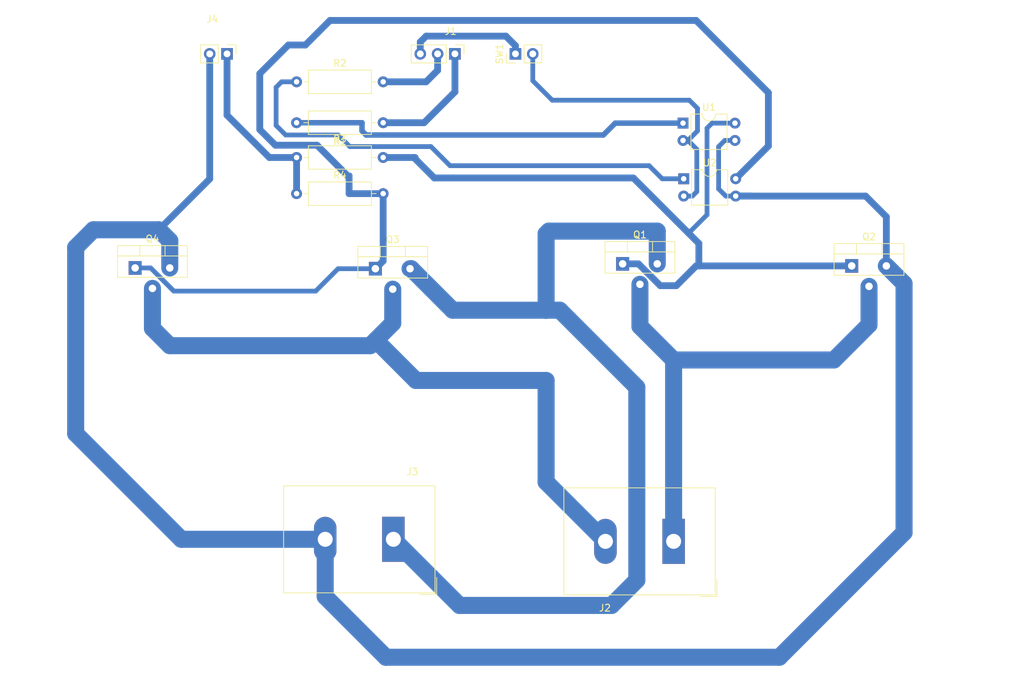
<source format=kicad_pcb>
(kicad_pcb (version 20240108) (generator "pcbnew") (generator_version "8.0")
  (title_block (title "Puente H Power Mosfet") (date "05/09/2024") (rev "8.1.1") (company "Danilo Melión"))
  (layers (0 "F.Cu" signal) (31 "B.Cu" signal) (34 "B.Paste" user) (35 "F.Paste" user) (36 "B.SilkS" user "B.Silkscreen") (37 "F.SilkS" user "F.Silkscreen") (38 "B.Mask" user) (39 "F.Mask" user) (44 "Edge.Cuts" user))
  (net 0 "")
  (net 1 "PWM1")
  (net 2 "PWM2")
  (net 3 "GND")
  (net 4 "Net-(J2-Pin_1)")
  (net 5 "Net-(J2-Pin_2)")
  (net 6 "Net-(Q1-G)")
  (net 7 "+24V")
  (net 8 "+15V")
  (net 9 "Net-(Q3-G)")
  (net 10 "Net-(R1-Pad2)")
  (net 11 "Net-(SW1-B)")
  (net 12 "GNDPWR")
  (net 13 "Net-(R8-Pad1)")
  (footprint "Package_DIP:DIP-4_W7.62mm" (layer "F.Cu") (at 151.68 49.16)
    (property "Reference" "U1" (at 3.81 -2.33 360) (layer "F.SilkS"))
    (property "Value" "PC817")
    (fp_line (start 1.16 -1.33) (end 1.16 3.87) (stroke (width 0.12)) (layer "F.SilkS"))
    (fp_line (start 1.16 3.87) (end 6.46 3.87) (stroke (width 0.12)) (layer "F.SilkS"))
    (fp_line (start 2.81 -1.33) (end 1.16 -1.33) (stroke (width 0.12)) (layer "F.SilkS"))
    (fp_line (start 6.46 -1.33) (end 4.81 -1.33) (stroke (width 0.12)) (layer "F.SilkS"))
    (fp_line (start 6.46 3.87) (end 6.46 -1.33) (stroke (width 0.12)) (layer "F.SilkS"))
    (fp_arc (start 4.81 -1.33) (mid 3.81 -0.33) (end 2.81 -1.33) (stroke (width 0.12)) (layer "F.SilkS"))
    (pad "1" thru_hole rect (at 0 0) (size 1.6 1.6) (drill 0.8) (layers "*.Cu" "*.Mask") (net 10 "Net-(R1-Pad2)"))
    (pad "2" thru_hole oval (at 0 2.54) (size 1.6 1.6) (drill 0.8) (layers "*.Cu" "*.Mask") (net 11 "Net-(SW1-B)"))
    (pad "3" thru_hole oval (at 7.62 2.54) (size 1.6 1.6) (drill 0.8) (layers "*.Cu" "*.Mask") (net 12 "GNDPWR"))
    (pad "4" thru_hole oval (at 7.62 0) (size 1.6 1.6) (drill 0.8) (layers "*.Cu" "*.Mask") (net 6 "Net-(Q1-G)"))
  )
  (footprint "Package_TO_SOT_THT:TO-220-3_Vertical" (layer "F.Cu") (at 71.32 70.4)
    (property "Reference" "Q4" (at 2.54 -4.27 0) (layer "F.SilkS"))
    (property "Value" "IRLZ44N")
    (fp_line (start -2.58 -3.27) (end -2.58 1.371) (stroke (width 0.12)) (layer "F.SilkS"))
    (fp_line (start -2.58 -3.27) (end 7.66 -3.27) (stroke (width 0.12)) (layer "F.SilkS"))
    (fp_line (start -2.58 -1.76) (end 7.66 -1.76) (stroke (width 0.12)) (layer "F.SilkS"))
    (fp_line (start -2.58 1.371) (end 7.66 1.371) (stroke (width 0.12)) (layer "F.SilkS"))
    (fp_line (start 0.69 -3.27) (end 0.69 -1.76) (stroke (width 0.12)) (layer "F.SilkS"))
    (fp_line (start 4.391 -3.27) (end 4.391 -1.76) (stroke (width 0.12)) (layer "F.SilkS"))
    (fp_line (start 7.66 -3.27) (end 7.66 1.371) (stroke (width 0.12)) (layer "F.SilkS"))
    (pad "1" thru_hole rect (at 0 0) (size 1.905 2) (drill 1.1) (layers "*.Cu" "*.Mask") (net 9 "Net-(Q3-G)"))
    (pad "2" thru_hole oval (at 2.54 3) (size 1.905 2) (drill 1.1) (layers "*.Cu" "*.Mask") (net 5 "Net-(J2-Pin_2)"))
    (pad "3" thru_hole oval (at 5.08 0) (size 1.905 2) (drill 1.1) (layers "*.Cu" "*.Mask") (net 12 "GNDPWR"))
  )
  (footprint "Resistor_THT:R_Axial_DIN0309_L9.0mm_D3.2mm_P12.70mm_Horizontal" (layer "F.Cu") (at 95 54.2)
    (property "Reference" "R3" (at 6.35 -2.72 0) (layer "F.SilkS"))
    (property "Value" "1k")
    (fp_line (start 1.04 0) (end 1.73 0) (stroke (width 0.12)) (layer "F.SilkS"))
    (fp_line (start 1.73 -1.72) (end 1.73 1.72) (stroke (width 0.12)) (layer "F.SilkS"))
    (fp_line (start 1.73 1.72) (end 10.97 1.72) (stroke (width 0.12)) (layer "F.SilkS"))
    (fp_line (start 10.97 -1.72) (end 1.73 -1.72) (stroke (width 0.12)) (layer "F.SilkS"))
    (fp_line (start 10.97 1.72) (end 10.97 -1.72) (stroke (width 0.12)) (layer "F.SilkS"))
    (fp_line (start 11.66 0) (end 10.97 0) (stroke (width 0.12)) (layer "F.SilkS"))
    (pad "1" thru_hole circle (at 0 0) (size 1.6 1.6) (drill 0.8) (layers "*.Cu" "*.Mask") (net 8 "+15V"))
    (pad "2" thru_hole oval (at 12.7 0) (size 1.6 1.6) (drill 0.8) (layers "*.Cu" "*.Mask") (net 6 "Net-(Q1-G)"))
  )
  (footprint "Package_TO_SOT_THT:TO-220-3_Vertical" (layer "F.Cu") (at 142.82 69.8)
    (property "Reference" "Q1" (at 2.54 -4.27 0) (layer "F.SilkS"))
    (property "Value" "IRF4905")
    (fp_line (start -2.58 -3.27) (end -2.58 1.371) (stroke (width 0.12)) (layer "F.SilkS"))
    (fp_line (start -2.58 -3.27) (end 7.66 -3.27) (stroke (width 0.12)) (layer "F.SilkS"))
    (fp_line (start -2.58 -1.76) (end 7.66 -1.76) (stroke (width 0.12)) (layer "F.SilkS"))
    (fp_line (start -2.58 1.371) (end 7.66 1.371) (stroke (width 0.12)) (layer "F.SilkS"))
    (fp_line (start 0.69 -3.27) (end 0.69 -1.76) (stroke (width 0.12)) (layer "F.SilkS"))
    (fp_line (start 4.391 -3.27) (end 4.391 -1.76) (stroke (width 0.12)) (layer "F.SilkS"))
    (fp_line (start 7.66 -3.27) (end 7.66 1.371) (stroke (width 0.12)) (layer "F.SilkS"))
    (pad "1" thru_hole rect (at 0 0) (size 1.905 2) (drill 1.1) (layers "*.Cu" "*.Mask") (net 6 "Net-(Q1-G)"))
    (pad "2" thru_hole oval (at 2.54 3) (size 1.905 2) (drill 1.1) (layers "*.Cu" "*.Mask") (net 4 "Net-(J2-Pin_1)"))
    (pad "3" thru_hole oval (at 5.08 0) (size 1.905 2) (drill 1.1) (layers "*.Cu" "*.Mask") (net 7 "+24V"))
  )
  (footprint "TerminalBlock_Dinkle:TerminalBlock_Dinkle_DT-55-B01X-02_P10.00mm" (layer "F.Cu") (at 109.2 110.2 180)
    (property "Reference" "J3" (at -2.789 9.906 0) (layer "F.SilkS"))
    (property "Value" "24V Alimentación")
    (fp_line (start 16.1 -7.85) (end 16.1 7.85) (stroke (width 0.12)) (layer "F.SilkS"))
    (fp_line (start -6.1 7.85) (end 16.1 7.85) (stroke (width 0.12)) (layer "F.SilkS"))
    (fp_line (start -6.1 7.85) (end -6.1 -7.85) (stroke (width 0.12)) (layer "F.SilkS"))
    (fp_line (start -6.1 -7.85) (end 16.1 -7.85) (stroke (width 0.12)) (layer "F.SilkS"))
    (fp_line (start -6.35 -5.6) (end -6.35 -8.1) (stroke (width 0.12)) (layer "F.SilkS"))
    (fp_line (start -6.35 -8.1) (end -3.85 -8.1) (stroke (width 0.12)) (layer "F.SilkS"))
    (pad "1" thru_hole rect (at 0 0 180) (size 3.3 6.6) (drill 2.2) (layers "*.Cu" "*.Mask") (net 7 "+24V"))
    (pad "2" thru_hole oval (at 10 0 180) (size 3.3 6.6) (drill 2.2) (layers "*.Cu" "*.Mask") (net 12 "GNDPWR"))
  )
  (footprint "Connector_PinHeader_2.54mm:PinHeader_1x02_P2.54mm_Vertical" (layer "F.Cu") (at 127.1 39 90)
    (property "Reference" "SW1" (at 0 -2.33 90) (layer "F.SilkS"))
    (property "Value" "SW")
    (fp_line (start -1.33 -1.33) (end 0 -1.33) (stroke (width 0.12)) (layer "F.SilkS"))
    (fp_line (start -1.33 0) (end -1.33 -1.33) (stroke (width 0.12)) (layer "F.SilkS"))
    (fp_line (start 1.33 1.27) (end 1.33 3.87) (stroke (width 0.12)) (layer "F.SilkS"))
    (fp_line (start -1.33 1.27) (end 1.33 1.27) (stroke (width 0.12)) (layer "F.SilkS"))
    (fp_line (start -1.33 1.27) (end -1.33 3.87) (stroke (width 0.12)) (layer "F.SilkS"))
    (fp_line (start -1.33 3.87) (end 1.33 3.87) (stroke (width 0.12)) (layer "F.SilkS"))
    (pad "1" thru_hole rect (at 0 0 90) (size 1.7 1.7) (drill 1) (layers "*.Cu" "*.Mask") (net 3 "GND"))
    (pad "2" thru_hole oval (at 0 2.54 90) (size 1.7 1.7) (drill 1) (layers "*.Cu" "*.Mask") (net 11 "Net-(SW1-B)"))
  )
  (footprint "TerminalBlock_Dinkle:TerminalBlock_Dinkle_DT-55-B01X-02_P10.00mm" (layer "F.Cu") (at 150.3 110.5 180)
    (property "Reference" "J2" (at 10.075 -9.779 0) (layer "F.SilkS"))
    (property "Value" "MOTOR")
    (fp_line (start 16.1 -7.85) (end 16.1 7.85) (stroke (width 0.12)) (layer "F.SilkS"))
    (fp_line (start -6.1 7.85) (end 16.1 7.85) (stroke (width 0.12)) (layer "F.SilkS"))
    (fp_line (start -6.1 7.85) (end -6.1 -7.85) (stroke (width 0.12)) (layer "F.SilkS"))
    (fp_line (start -6.1 -7.85) (end 16.1 -7.85) (stroke (width 0.12)) (layer "F.SilkS"))
    (fp_line (start -6.35 -5.6) (end -6.35 -8.1) (stroke (width 0.12)) (layer "F.SilkS"))
    (fp_line (start -6.35 -8.1) (end -3.85 -8.1) (stroke (width 0.12)) (layer "F.SilkS"))
    (pad "1" thru_hole rect (at 0 0 180) (size 3.3 6.6) (drill 2.2) (layers "*.Cu" "*.Mask") (net 4 "Net-(J2-Pin_1)"))
    (pad "2" thru_hole oval (at 10 0 180) (size 3.3 6.6) (drill 2.2) (layers "*.Cu" "*.Mask") (net 5 "Net-(J2-Pin_2)"))
  )
  (footprint "Package_TO_SOT_THT:TO-220-3_Vertical" (layer "F.Cu") (at 106.56 70.5125)
    (property "Reference" "Q3" (at 2.54 -4.27 0) (layer "F.SilkS"))
    (property "Value" "IRF4905")
    (fp_line (start -2.58 -3.27) (end -2.58 1.371) (stroke (width 0.12)) (layer "F.SilkS"))
    (fp_line (start -2.58 -3.27) (end 7.66 -3.27) (stroke (width 0.12)) (layer "F.SilkS"))
    (fp_line (start -2.58 -1.76) (end 7.66 -1.76) (stroke (width 0.12)) (layer "F.SilkS"))
    (fp_line (start -2.58 1.371) (end 7.66 1.371) (stroke (width 0.12)) (layer "F.SilkS"))
    (fp_line (start 0.69 -3.27) (end 0.69 -1.76) (stroke (width 0.12)) (layer "F.SilkS"))
    (fp_line (start 4.391 -3.27) (end 4.391 -1.76) (stroke (width 0.12)) (layer "F.SilkS"))
    (fp_line (start 7.66 -3.27) (end 7.66 1.371) (stroke (width 0.12)) (layer "F.SilkS"))
    (pad "1" thru_hole rect (at 0 0) (size 1.905 2) (drill 1.1) (layers "*.Cu" "*.Mask") (net 9 "Net-(Q3-G)"))
    (pad "2" thru_hole oval (at 2.54 3) (size 1.905 2) (drill 1.1) (layers "*.Cu" "*.Mask") (net 5 "Net-(J2-Pin_2)"))
    (pad "3" thru_hole oval (at 5.08 0) (size 1.905 2) (drill 1.1) (layers "*.Cu" "*.Mask") (net 7 "+24V"))
  )
  (footprint "Resistor_THT:R_Axial_DIN0309_L9.0mm_D3.2mm_P12.70mm_Horizontal" (layer "F.Cu") (at 107.7 49.1 180)
    (property "Reference" "R1" (at 6.35 -2.72 0) (layer "F.SilkS"))
    (property "Value" "180")
    (fp_line (start 11.66 0) (end 10.97 0) (stroke (width 0.12)) (layer "F.SilkS"))
    (fp_line (start 10.97 1.72) (end 10.97 -1.72) (stroke (width 0.12)) (layer "F.SilkS"))
    (fp_line (start 10.97 -1.72) (end 1.73 -1.72) (stroke (width 0.12)) (layer "F.SilkS"))
    (fp_line (start 1.73 1.72) (end 10.97 1.72) (stroke (width 0.12)) (layer "F.SilkS"))
    (fp_line (start 1.73 -1.72) (end 1.73 1.72) (stroke (width 0.12)) (layer "F.SilkS"))
    (fp_line (start 1.04 0) (end 1.73 0) (stroke (width 0.12)) (layer "F.SilkS"))
    (pad "1" thru_hole circle (at 0 0 180) (size 1.6 1.6) (drill 0.8) (layers "*.Cu" "*.Mask") (net 1 "PWM1"))
    (pad "2" thru_hole oval (at 12.7 0 180) (size 1.6 1.6) (drill 0.8) (layers "*.Cu" "*.Mask") (net 10 "Net-(R1-Pad2)"))
  )
  (footprint "Resistor_THT:R_Axial_DIN0309_L9.0mm_D3.2mm_P12.70mm_Horizontal" (layer "F.Cu") (at 95 59.5)
    (property "Reference" "R4" (at 6.35 -2.72 0) (layer "F.SilkS"))
    (property "Value" "1k")
    (fp_line (start 1.04 0) (end 1.73 0) (stroke (width 0.12)) (layer "F.SilkS"))
    (fp_line (start 1.73 -1.72) (end 1.73 1.72) (stroke (width 0.12)) (layer "F.SilkS"))
    (fp_line (start 1.73 1.72) (end 10.97 1.72) (stroke (width 0.12)) (layer "F.SilkS"))
    (fp_line (start 10.97 -1.72) (end 1.73 -1.72) (stroke (width 0.12)) (layer "F.SilkS"))
    (fp_line (start 10.97 1.72) (end 10.97 -1.72) (stroke (width 0.12)) (layer "F.SilkS"))
    (fp_line (start 11.66 0) (end 10.97 0) (stroke (width 0.12)) (layer "F.SilkS"))
    (pad "1" thru_hole circle (at 0 0) (size 1.6 1.6) (drill 0.8) (layers "*.Cu" "*.Mask") (net 8 "+15V"))
    (pad "2" thru_hole oval (at 12.7 0) (size 1.6 1.6) (drill 0.8) (layers "*.Cu" "*.Mask") (net 9 "Net-(Q3-G)"))
  )
  (footprint "Connector_PinHeader_2.54mm:PinHeader_1x03_P2.54mm_Vertical" (layer "F.Cu") (at 118.225 39 -90)
    (property "Reference" "J1" (at -3.302 0.625 0) (layer "F.SilkS"))
    (property "Value" "PWM" (hide yes))
    (fp_line (start -1.33 6.41) (end 1.33 6.41) (stroke (width 0.12)) (layer "F.SilkS"))
    (fp_line (start -1.33 1.27) (end -1.33 6.41) (stroke (width 0.12)) (layer "F.SilkS"))
    (fp_line (start -1.33 1.27) (end 1.33 1.27) (stroke (width 0.12)) (layer "F.SilkS"))
    (fp_line (start 1.33 1.27) (end 1.33 6.41) (stroke (width 0.12)) (layer "F.SilkS"))
    (fp_line (start -1.33 0) (end -1.33 -1.33) (stroke (width 0.12)) (layer "F.SilkS"))
    (fp_line (start -1.33 -1.33) (end 0 -1.33) (stroke (width 0.12)) (layer "F.SilkS"))
    (pad "1" thru_hole rect (at 0 0 270) (size 1.7 1.7) (drill 1) (layers "*.Cu" "*.Mask") (net 1 "PWM1"))
    (pad "2" thru_hole oval (at 0 2.54 270) (size 1.7 1.7) (drill 1) (layers "*.Cu" "*.Mask") (net 2 "PWM2"))
    (pad "3" thru_hole oval (at 0 5.08 270) (size 1.7 1.7) (drill 1) (layers "*.Cu" "*.Mask") (net 3 "GND"))
  )
  (footprint "Connector_PinHeader_2.54mm:PinHeader_1x02_P2.54mm_Vertical" (layer "F.Cu") (at 84.8 39 -90)
    (property "Reference" "J4" (at -5.08 2.159 0) (layer "F.SilkS"))
    (property "Value" "15V Alimentación")
    (fp_line (start -1.33 3.87) (end 1.33 3.87) (stroke (width 0.12)) (layer "F.SilkS"))
    (fp_line (start -1.33 1.27) (end -1.33 3.87) (stroke (width 0.12)) (layer "F.SilkS"))
    (fp_line (start -1.33 1.27) (end 1.33 1.27) (stroke (width 0.12)) (layer "F.SilkS"))
    (fp_line (start 1.33 1.27) (end 1.33 3.87) (stroke (width 0.12)) (layer "F.SilkS"))
    (fp_line (start -1.33 0) (end -1.33 -1.33) (stroke (width 0.12)) (layer "F.SilkS"))
    (fp_line (start -1.33 -1.33) (end 0 -1.33) (stroke (width 0.12)) (layer "F.SilkS"))
    (pad "1" thru_hole rect (at 0 0 270) (size 1.7 1.7) (drill 1) (layers "*.Cu" "*.Mask") (net 8 "+15V"))
    (pad "2" thru_hole oval (at 0 2.54 270) (size 1.7 1.7) (drill 1) (layers "*.Cu" "*.Mask") (net 12 "GNDPWR"))
  )
  (footprint "Package_DIP:DIP-4_W7.62mm" (layer "F.Cu") (at 151.78 57.32)
    (property "Reference" "U2" (at 3.81 -2.33 360) (layer "F.SilkS"))
    (property "Value" "PC817")
    (fp_line (start 1.16 -1.33) (end 1.16 3.87) (stroke (width 0.12)) (layer "F.SilkS"))
    (fp_line (start 1.16 3.87) (end 6.46 3.87) (stroke (width 0.12)) (layer "F.SilkS"))
    (fp_line (start 2.81 -1.33) (end 1.16 -1.33) (stroke (width 0.12)) (layer "F.SilkS"))
    (fp_line (start 6.46 -1.33) (end 4.81 -1.33) (stroke (width 0.12)) (layer "F.SilkS"))
    (fp_line (start 6.46 3.87) (end 6.46 -1.33) (stroke (width 0.12)) (layer "F.SilkS"))
    (fp_arc (start 4.81 -1.33) (mid 3.81 -0.33) (end 2.81 -1.33) (stroke (width 0.12)) (layer "F.SilkS"))
    (pad "1" thru_hole rect (at 0 0) (size 1.6 1.6) (drill 0.8) (layers "*.Cu" "*.Mask") (net 13 "Net-(R8-Pad1)"))
    (pad "2" thru_hole oval (at 0 2.54) (size 1.6 1.6) (drill 0.8) (layers "*.Cu" "*.Mask") (net 11 "Net-(SW1-B)"))
    (pad "3" thru_hole oval (at 7.62 2.54) (size 1.6 1.6) (drill 0.8) (layers "*.Cu" "*.Mask") (net 12 "GNDPWR"))
    (pad "4" thru_hole oval (at 7.62 0) (size 1.6 1.6) (drill 0.8) (layers "*.Cu" "*.Mask") (net 9 "Net-(Q3-G)"))
  )
  (footprint "Resistor_THT:R_Axial_DIN0309_L9.0mm_D3.2mm_P12.70mm_Horizontal" (layer "F.Cu") (at 95 43.1)
    (property "Reference" "R2" (at 6.35 -2.72 0) (layer "F.SilkS"))
    (property "Value" "180")
    (fp_line (start 1.04 0) (end 1.73 0) (stroke (width 0.12)) (layer "F.SilkS"))
    (fp_line (start 1.73 -1.72) (end 1.73 1.72) (stroke (width 0.12)) (layer "F.SilkS"))
    (fp_line (start 1.73 1.72) (end 10.97 1.72) (stroke (width 0.12)) (layer "F.SilkS"))
    (fp_line (start 10.97 -1.72) (end 1.73 -1.72) (stroke (width 0.12)) (layer "F.SilkS"))
    (fp_line (start 10.97 1.72) (end 10.97 -1.72) (stroke (width 0.12)) (layer "F.SilkS"))
    (fp_line (start 11.66 0) (end 10.97 0) (stroke (width 0.12)) (layer "F.SilkS"))
    (pad "1" thru_hole circle (at 0 0) (size 1.6 1.6) (drill 0.8) (layers "*.Cu" "*.Mask") (net 13 "Net-(R8-Pad1)"))
    (pad "2" thru_hole oval (at 12.7 0) (size 1.6 1.6) (drill 0.8) (layers "*.Cu" "*.Mask") (net 2 "PWM2"))
  )
  (footprint "Package_TO_SOT_THT:TO-220-3_Vertical" (layer "F.Cu") (at 176.42 70.1)
    (property "Reference" "Q2" (at 2.54 -4.27 0) (layer "F.SilkS"))
    (property "Value" "IRLZ44N")
    (fp_line (start -2.58 -3.27) (end -2.58 1.371) (stroke (width 0.12)) (layer "F.SilkS"))
    (fp_line (start -2.58 -3.27) (end 7.66 -3.27) (stroke (width 0.12)) (layer "F.SilkS"))
    (fp_line (start -2.58 -1.76) (end 7.66 -1.76) (stroke (width 0.12)) (layer "F.SilkS"))
    (fp_line (start -2.58 1.371) (end 7.66 1.371) (stroke (width 0.12)) (layer "F.SilkS"))
    (fp_line (start 0.69 -3.27) (end 0.69 -1.76) (stroke (width 0.12)) (layer "F.SilkS"))
    (fp_line (start 4.391 -3.27) (end 4.391 -1.76) (stroke (width 0.12)) (layer "F.SilkS"))
    (fp_line (start 7.66 -3.27) (end 7.66 1.371) (stroke (width 0.12)) (layer "F.SilkS"))
    (pad "1" thru_hole rect (at 0 0) (size 1.905 2) (drill 1.1) (layers "*.Cu" "*.Mask") (net 6 "Net-(Q1-G)"))
    (pad "2" thru_hole oval (at 2.54 3) (size 1.905 2) (drill 1.1) (layers "*.Cu" "*.Mask") (net 4 "Net-(J2-Pin_1)"))
    (pad "3" thru_hole oval (at 5.08 0) (size 1.905 2) (drill 1.1) (layers "*.Cu" "*.Mask") (net 12 "GNDPWR"))
  )
  (segment (start 118.225 44.575) (end 118.225 39) (width 1) (layer "B.Cu") (net 1))
  (segment (start 107.7 49.1) (end 113.7 49.1) (width 1) (layer "B.Cu") (net 1))
  (segment (start 113.7 49.1) (end 118.225 44.575) (width 1) (layer "B.Cu") (net 1))
  (segment (start 114 43.1) (end 115.685 41.415) (width 1) (layer "B.Cu") (net 2))
  (segment (start 107.7 43.1) (end 114 43.1) (width 1) (layer "B.Cu") (net 2))
  (segment (start 115.685 41.415) (end 115.685 39) (width 1) (layer "B.Cu") (net 2))
  (segment (start 127.1 37.8) (end 127.1 39) (width 1) (layer "B.Cu") (net 3))
  (segment (start 125.7 36.4) (end 127.1 37.8) (width 1) (layer "B.Cu") (net 3))
  (segment (start 114 36.4) (end 125.7 36.4) (width 1) (layer "B.Cu") (net 3))
  (segment (start 113.145 39) (end 113.145 37.255) (width 1) (layer "B.Cu") (net 3))
  (segment (start 113.145 37.255) (end 114 36.4) (width 1) (layer "B.Cu") (net 3))
  (segment (start 150.3 110.5) (end 150.3 83.9) (width 2.5) (layer "B.Cu") (net 4))
  (segment (start 178.96 78.74) (end 173.8 83.9) (width 2.5) (layer "B.Cu") (net 4))
  (segment (start 178.96 73.1) (end 178.96 78.74) (width 2.5) (layer "B.Cu") (net 4))
  (segment (start 145.36 78.96) (end 150.3 83.9) (width 2.5) (layer "B.Cu") (net 4))
  (segment (start 145.36 72.8) (end 145.36 78.96) (width 2.5) (layer "B.Cu") (net 4))
  (segment (start 173.8 83.9) (end 150.3 83.9) (width 2.5) (layer "B.Cu") (net 4))
  (segment (start 73.86 79.26) (end 76.4 81.8) (width 2.5) (layer "B.Cu") (net 5))
  (segment (start 106.65 81.05) (end 106.65 80.95) (width 2.5) (layer "B.Cu") (net 5))
  (segment (start 109.1 73.5125) (end 109.1 78.5) (width 2.5) (layer "B.Cu") (net 5))
  (segment (start 131.6 86.9) (end 112.5 86.9) (width 2.5) (layer "B.Cu") (net 5))
  (segment (start 109.1 78.5) (end 106.65 80.95) (width 2.5) (layer "B.Cu") (net 5))
  (segment (start 106.65 80.95) (end 105.8 81.8) (width 2.5) (layer "B.Cu") (net 5))
  (segment (start 131.6 101.8) (end 131.6 86.9) (width 2.5) (layer "B.Cu") (net 5))
  (segment (start 140.3 110.5) (end 131.6 101.8) (width 2.5) (layer "B.Cu") (net 5))
  (segment (start 73.86 73.4) (end 73.86 79.26) (width 2.5) (layer "B.Cu") (net 5))
  (segment (start 105.8 81.8) (end 76.4 81.8) (width 2.5) (layer "B.Cu") (net 5))
  (segment (start 112.5 86.9) (end 106.65 81.05) (width 2.5) (layer "B.Cu") (net 5))
  (segment (start 159.3 49.16) (end 155.94 49.16) (width 0.7) (layer "B.Cu") (net 6))
  (segment (start 107.7 54.2) (end 112.2 54.2) (width 1) (layer "B.Cu") (net 6))
  (segment (start 155.2 62.6) (end 152.5 65.3) (width 0.7) (layer "B.Cu") (net 6))
  (segment (start 154 66.8) (end 154 70.1) (width 1) (layer "B.Cu") (net 6))
  (segment (start 150.7 73) (end 153.6 70.1) (width 1) (layer "B.Cu") (net 6))
  (segment (start 152.5 65.3) (end 154 66.8) (width 1) (layer "B.Cu") (net 6))
  (segment (start 153.6 70.1) (end 154 70.1) (width 1) (layer "B.Cu") (net 6))
  (segment (start 154 70.1) (end 176.42 70.1) (width 1) (layer "B.Cu") (net 6))
  (segment (start 145.142284 69.8) (end 148.342284 73) (width 1) (layer "B.Cu") (net 6))
  (segment (start 112.2 54.2) (end 112.4 54.2) (width 1) (layer "B.Cu") (net 6))
  (segment (start 142.82 69.8) (end 145.142284 69.8) (width 1) (layer "B.Cu") (net 6))
  (segment (start 144.4 57.2) (end 152.5 65.3) (width 1) (layer "B.Cu") (net 6))
  (segment (start 148.342284 73) (end 150.7 73) (width 1) (layer "B.Cu") (net 6))
  (segment (start 115.2 57.2) (end 144.4 57.2) (width 1) (layer "B.Cu") (net 6))
  (segment (start 112.2 54.2) (end 115.2 57.2) (width 1) (layer "B.Cu") (net 6))
  (segment (start 155.2 49.9) (end 155.2 62.6) (width 0.7) (layer "B.Cu") (net 6))
  (segment (start 155.94 49.16) (end 155.2 49.9) (width 0.7) (layer "B.Cu") (net 6))
  (segment (start 144.9 116.2) (end 144.9 87.9) (width 2.5) (layer "B.Cu") (net 7))
  (segment (start 144.9 87.9) (end 133.6 76.6) (width 2.5) (layer "B.Cu") (net 7))
  (segment (start 111.8125 70.5125) (end 111.64 70.5125) (width 2.5) (layer "B.Cu") (net 7))
  (segment (start 141.2 119.9) (end 144.9 116.2) (width 2.5) (layer "B.Cu") (net 7))
  (segment (start 118.9 119.9) (end 141.2 119.9) (width 2.5) (layer "B.Cu") (net 7))
  (segment (start 133.6 76.6) (end 131.6 76.6) (width 2.5) (layer "B.Cu") (net 7))
  (segment (start 109.2 110.2) (end 118.9 119.9) (width 2.5) (layer "B.Cu") (net 7))
  (segment (start 132 65) (end 131.6 65.4) (width 2.5) (layer "B.Cu") (net 7))
  (segment (start 131.6 76.6) (end 117.9 76.6) (width 2.5) (layer "B.Cu") (net 7))
  (segment (start 117.9 76.6) (end 111.8125 70.5125) (width 2.5) (layer "B.Cu") (net 7))
  (segment (start 147.9 65) (end 132 65) (width 2.5) (layer "B.Cu") (net 7))
  (segment (start 131.6 65.4) (end 131.6 76.6) (width 2.5) (layer "B.Cu") (net 7))
  (segment (start 147.9 69.8) (end 147.9 65) (width 2.5) (layer "B.Cu") (net 7))
  (segment (start 95 59.5) (end 95 54.2) (width 1) (layer "B.Cu") (net 8))
  (segment (start 84.8 48) (end 84.8 39) (width 1) (layer "B.Cu") (net 8))
  (segment (start 91 54.2) (end 84.8 48) (width 1) (layer "B.Cu") (net 8))
  (segment (start 95 54.2) (end 91 54.2) (width 1) (layer "B.Cu") (net 8))
  (segment (start 73.2 70.4) (end 73.6 70.4) (width 0.7) (layer "B.Cu") (net 9))
  (segment (start 164.2 52.52) (end 159.4 57.32) (width 1) (layer "B.Cu") (net 9))
  (segment (start 102.5 56.9) (end 98 52.4) (width 1) (layer "B.Cu") (net 9))
  (segment (start 102.7 59.5) (end 102.7 56.9) (width 1) (layer "B.Cu") (net 9))
  (segment (start 107.7 59.5) (end 102.7 59.5) (width 1) (layer "B.Cu") (net 9))
  (segment (start 98 52.4) (end 91.9 52.4) (width 1) (layer "B.Cu") (net 9))
  (segment (start 107.7 59.5) (end 107.7 69.3725) (width 1) (layer "B.Cu") (net 9))
  (segment (start 102.7 56.9) (end 102.5 56.9) (width 1) (layer "B.Cu") (net 9))
  (segment (start 97.8 73.8) (end 101.0875 70.5125) (width 0.7) (layer "B.Cu") (net 9))
  (segment (start 93.8 37.7) (end 96.3 37.7) (width 1) (layer "B.Cu") (net 9))
  (segment (start 164.2 44.7) (end 164.2 52.52) (width 1) (layer "B.Cu") (net 9))
  (segment (start 77 73.8) (end 74.8 71.6) (width 0.7) (layer "B.Cu") (net 9))
  (segment (start 153.6 34.1) (end 164.2 44.7) (width 1) (layer "B.Cu") (net 9))
  (segment (start 73.6 70.4) (end 77 73.8) (width 0.7) (layer "B.Cu") (net 9))
  (segment (start 77 73.8) (end 97.8 73.8) (width 0.7) (layer "B.Cu") (net 9))
  (segment (start 89.6 41.9) (end 93.8 37.7) (width 1) (layer "B.Cu") (net 9))
  (segment (start 96.3 37.7) (end 99.9 34.1) (width 1) (layer "B.Cu") (net 9))
  (segment (start 91.9 52.4) (end 89.6 50.1) (width 1) (layer "B.Cu") (net 9))
  (segment (start 101.0875 70.5125) (end 106.56 70.5125) (width 0.7) (layer "B.Cu") (net 9))
  (segment (start 89.6 50.1) (end 89.6 41.9) (width 1) (layer "B.Cu") (net 9))
  (segment (start 107.7 69.3725) (end 106.56 70.5125) (width 1) (layer "B.Cu") (net 9))
  (segment (start 71.32 70.4) (end 73.2 70.4) (width 0.7) (layer "B.Cu") (net 9))
  (segment (start 99.9 34.1) (end 153.6 34.1) (width 1) (layer "B.Cu") (net 9))
  (segment (start 104.6 49.1) (end 104.6 50.3) (width 0.8) (layer "B.Cu") (net 10))
  (segment (start 104.6 50.3) (end 105.2 50.9) (width 0.8) (layer "B.Cu") (net 10))
  (segment (start 140 50.9) (end 141.74 49.16) (width 0.8) (layer "B.Cu") (net 10))
  (segment (start 105.2 50.9) (end 140 50.9) (width 0.8) (layer "B.Cu") (net 10))
  (segment (start 95 49.1) (end 104.6 49.1) (width 0.8) (layer "B.Cu") (net 10))
  (segment (start 141.74 49.16) (end 151.68 49.16) (width 0.8) (layer "B.Cu") (net 10))
  (segment (start 153.8 47) (end 152.6 45.8) (width 0.7) (layer "B.Cu") (net 11))
  (segment (start 153.04 59.86) (end 153.7 59.2) (width 0.7) (layer "B.Cu") (net 11))
  (segment (start 129.64 42.94) (end 129.64 39) (width 0.7) (layer "B.Cu") (net 11))
  (segment (start 132.5 45.8) (end 129.64 42.94) (width 0.7) (layer "B.Cu") (net 11))
  (segment (start 152.4 51.7) (end 153.8 50.3) (width 0.7) (layer "B.Cu") (net 11))
  (segment (start 151.68 51.7) (end 152.4 51.7) (width 1) (layer "B.Cu") (net 11))
  (segment (start 153.7 53) (end 152.4 51.7) (width 0.7) (layer "B.Cu") (net 11))
  (segment (start 152.6 45.8) (end 132.5 45.8) (width 0.7) (layer "B.Cu") (net 11))
  (segment (start 151.78 59.86) (end 153.04 59.86) (width 0.7) (layer "B.Cu") (net 11))
  (segment (start 153.7 59.2) (end 153.7 53) (width 0.7) (layer "B.Cu") (net 11))
  (segment (start 153.8 50.3) (end 153.8 47) (width 0.7) (layer "B.Cu") (net 11))
  (segment (start 159.4 59.86) (end 178.46 59.86) (width 1) (layer "B.Cu") (net 12))
  (segment (start 157.8 51.7) (end 156.9 52.6) (width 0.7) (layer "B.Cu") (net 12))
  (segment (start 82.26 39) (end 82.26 57.34) (width 1) (layer "B.Cu") (net 12))
  (segment (start 62.6 67.4) (end 65.2 64.8) (width 2.5) (layer "B.Cu") (net 12))
  (segment (start 157.96 59.86) (end 159.4 59.86) (width 0.7) (layer "B.Cu") (net 12))
  (segment (start 82.26 57.34) (end 74.8 64.8) (width 1) (layer "B.Cu") (net 12))
  (segment (start 181.5 70.1) (end 184.1 72.7) (width 2.5) (layer "B.Cu") (net 12))
  (segment (start 62.6 94.7) (end 62.6 67.4) (width 2.5) (layer "B.Cu") (net 12))
  (segment (start 99.2 110.2) (end 78.1 110.2) (width 2.5) (layer "B.Cu") (net 12))
  (segment (start 184.1 109.2) (end 165.8 127.5) (width 2.5) (layer "B.Cu") (net 12))
  (segment (start 99.2 110.2) (end 99.2 118.6) (width 2.5) (layer "B.Cu") (net 12))
  (segment (start 181.5 62.9) (end 181.5 70.1) (width 1) (layer "B.Cu") (net 12))
  (segment (start 159.3 51.7) (end 157.8 51.7) (width 0.7) (layer "B.Cu") (net 12))
  (segment (start 184.1 72.7) (end 184.1 109.2) (width 2.5) (layer "B.Cu") (net 12))
  (segment (start 74.8 64.8) (end 76.4 66.4) (width 2.5) (layer "B.Cu") (net 12))
  (segment (start 156.9 58.8) (end 157.96 59.86) (width 0.7) (layer "B.Cu") (net 12))
  (segment (start 65.2 64.8) (end 74.8 64.8) (width 2.5) (layer "B.Cu") (net 12))
  (segment (start 108.1 127.5) (end 165.8 127.5) (width 2.5) (layer "B.Cu") (net 12))
  (segment (start 161.74 59.86) (end 159.4 59.86) (width 1) (layer "B.Cu") (net 12))
  (segment (start 78.1 110.2) (end 62.6 94.7) (width 2.5) (layer "B.Cu") (net 12))
  (segment (start 99.2 118.6) (end 108.1 127.5) (width 2.5) (layer "B.Cu") (net 12))
  (segment (start 178.46 59.86) (end 181.5 62.9) (width 1) (layer "B.Cu") (net 12))
  (segment (start 156.9 52.6) (end 156.9 58.8) (width 0.7) (layer "B.Cu") (net 12))
  (segment (start 76.4 70.4) (end 76.4 66.4) (width 2.5) (layer "B.Cu") (net 12))
  (segment (start 148.62 57.32) (end 146.7 55.4) (width 0.7) (layer "B.Cu") (net 13))
  (segment (start 117.5 55.4) (end 114.7 52.6) (width 0.7) (layer "B.Cu") (net 13))
  (segment (start 93.4 50.9) (end 92 49.5) (width 0.7) (layer "B.Cu") (net 13))
  (segment (start 101.1 50.9) (end 93.4 50.9) (width 0.7) (layer "B.Cu") (net 13))
  (segment (start 102.8 52.6) (end 101.1 50.9) (width 0.7) (layer "B.Cu") (net 13))
  (segment (start 114.7 52.6) (end 102.8 52.6) (width 0.7) (layer "B.Cu") (net 13))
  (segment (start 92.8 43.1) (end 95 43.1) (width 0.7) (layer "B.Cu") (net 13))
  (segment (start 146.7 55.4) (end 117.5 55.4) (width 0.7) (layer "B.Cu") (net 13))
  (segment (start 92 49.5) (end 92 43.9) (width 0.7) (layer "B.Cu") (net 13))
  (segment (start 151.78 57.32) (end 148.62 57.32) (width 0.7) (layer "B.Cu") (net 13))
  (segment (start 92 43.9) (end 92.8 43.1) (width 0.7) (layer "B.Cu") (net 13))
)
</source>
